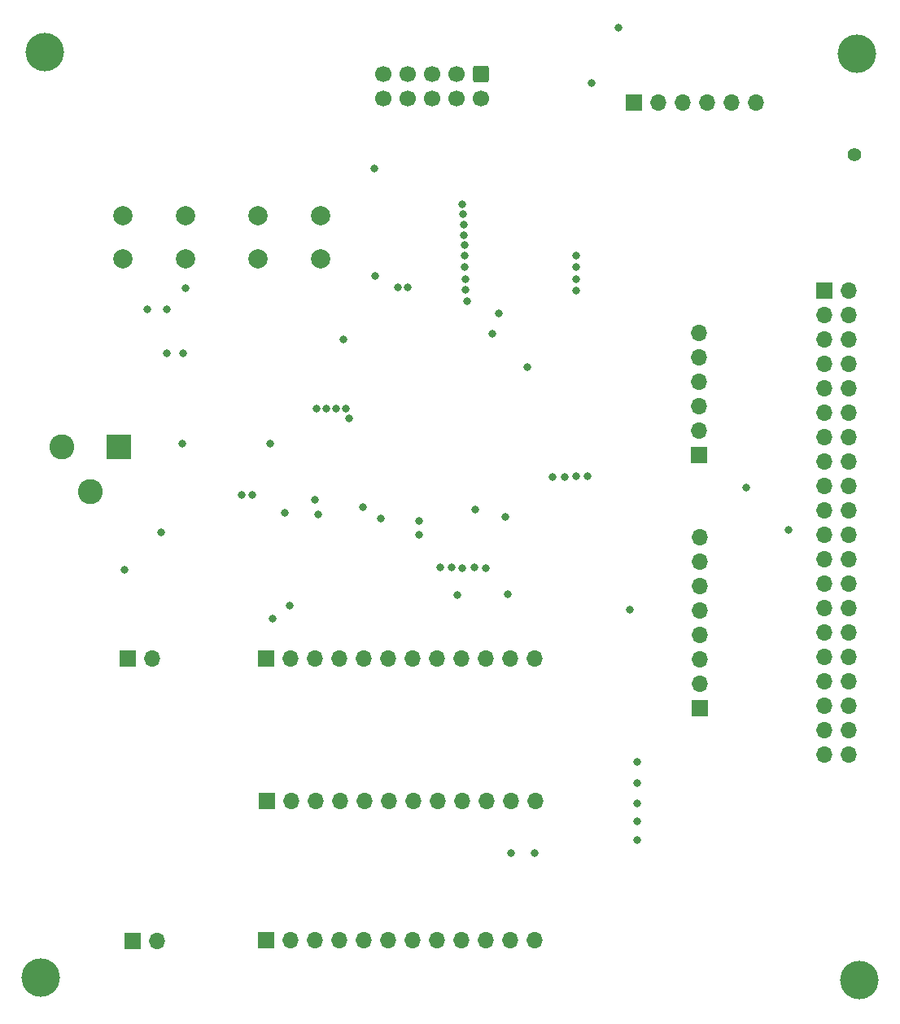
<source format=gbr>
%TF.GenerationSoftware,KiCad,Pcbnew,7.0.10*%
%TF.CreationDate,2024-03-07T18:06:14-07:00*%
%TF.ProjectId,Senior Design,53656e69-6f72-4204-9465-7369676e2e6b,rev?*%
%TF.SameCoordinates,Original*%
%TF.FileFunction,Soldermask,Bot*%
%TF.FilePolarity,Negative*%
%FSLAX46Y46*%
G04 Gerber Fmt 4.6, Leading zero omitted, Abs format (unit mm)*
G04 Created by KiCad (PCBNEW 7.0.10) date 2024-03-07 18:06:14*
%MOMM*%
%LPD*%
G01*
G04 APERTURE LIST*
G04 Aperture macros list*
%AMRoundRect*
0 Rectangle with rounded corners*
0 $1 Rounding radius*
0 $2 $3 $4 $5 $6 $7 $8 $9 X,Y pos of 4 corners*
0 Add a 4 corners polygon primitive as box body*
4,1,4,$2,$3,$4,$5,$6,$7,$8,$9,$2,$3,0*
0 Add four circle primitives for the rounded corners*
1,1,$1+$1,$2,$3*
1,1,$1+$1,$4,$5*
1,1,$1+$1,$6,$7*
1,1,$1+$1,$8,$9*
0 Add four rect primitives between the rounded corners*
20,1,$1+$1,$2,$3,$4,$5,0*
20,1,$1+$1,$4,$5,$6,$7,0*
20,1,$1+$1,$6,$7,$8,$9,0*
20,1,$1+$1,$8,$9,$2,$3,0*%
G04 Aperture macros list end*
%ADD10R,1.700000X1.700000*%
%ADD11O,1.700000X1.700000*%
%ADD12R,2.600000X2.600000*%
%ADD13C,2.600000*%
%ADD14C,4.000000*%
%ADD15C,2.000000*%
%ADD16RoundRect,0.250000X-0.600000X0.600000X-0.600000X-0.600000X0.600000X-0.600000X0.600000X0.600000X0*%
%ADD17C,1.700000*%
%ADD18C,0.800000*%
%ADD19C,1.400000*%
G04 APERTURE END LIST*
D10*
%TO.C,SENSOR1*%
X151580000Y-107010000D03*
D11*
X154120000Y-107010000D03*
X156660000Y-107010000D03*
X159200000Y-107010000D03*
X161740000Y-107010000D03*
X164280000Y-107010000D03*
X166820000Y-107010000D03*
X169360000Y-107010000D03*
X171900000Y-107010000D03*
X174440000Y-107010000D03*
X176980000Y-107010000D03*
X179520000Y-107010000D03*
%TD*%
D10*
%TO.C,GOAL_BOT1*%
X137630000Y-136340000D03*
D11*
X140170000Y-136340000D03*
%TD*%
D12*
%TO.C,BARREL_JACK1*%
X136270000Y-84940000D03*
D13*
X130270000Y-84940000D03*
X133270000Y-89640000D03*
%TD*%
D10*
%TO.C,USER_INTERFACE1*%
X196690000Y-112160000D03*
D11*
X196690000Y-109620000D03*
X196690000Y-107080000D03*
X196690000Y-104540000D03*
X196690000Y-102000000D03*
X196690000Y-99460000D03*
X196690000Y-96920000D03*
X196690000Y-94380000D03*
%TD*%
D10*
%TO.C,PWM_PORT1*%
X196580000Y-85810000D03*
D11*
X196580000Y-83270000D03*
X196580000Y-80730000D03*
X196580000Y-78190000D03*
X196580000Y-75650000D03*
X196580000Y-73110000D03*
%TD*%
D14*
%TO.C,H4*%
X213260000Y-140460000D03*
%TD*%
D10*
%TO.C,Jetson_Nano1*%
X209660000Y-68740000D03*
D11*
X212200000Y-68740000D03*
X209660000Y-71280000D03*
X212200000Y-71280000D03*
X209660000Y-73820000D03*
X212200000Y-73820000D03*
X209660000Y-76360000D03*
X212200000Y-76360000D03*
X209660000Y-78900000D03*
X212200000Y-78900000D03*
X209660000Y-81440000D03*
X212200000Y-81440000D03*
X209660000Y-83980000D03*
X212200000Y-83980000D03*
X209660000Y-86520000D03*
X212200000Y-86520000D03*
X209660000Y-89060000D03*
X212200000Y-89060000D03*
X209660000Y-91600000D03*
X212200000Y-91600000D03*
X209660000Y-94140000D03*
X212200000Y-94140000D03*
X209660000Y-96680000D03*
X212200000Y-96680000D03*
X209660000Y-99220000D03*
X212200000Y-99220000D03*
X209660000Y-101760000D03*
X212200000Y-101760000D03*
X209660000Y-104300000D03*
X212200000Y-104300000D03*
X209660000Y-106840000D03*
X212200000Y-106840000D03*
X209660000Y-109380000D03*
X212200000Y-109380000D03*
X209660000Y-111920000D03*
X212200000Y-111920000D03*
X209660000Y-114460000D03*
X212200000Y-114460000D03*
X209660000Y-117000000D03*
X212200000Y-117000000D03*
%TD*%
D10*
%TO.C,GOAL_USER1*%
X137180000Y-106950000D03*
D11*
X139720000Y-106950000D03*
%TD*%
D14*
%TO.C,H3*%
X128100000Y-140200000D03*
%TD*%
%TO.C,H1*%
X128500000Y-43900000D03*
%TD*%
D15*
%TO.C,BOOT1*%
X150700000Y-60900000D03*
X157200000Y-60900000D03*
X150700000Y-65400000D03*
X157200000Y-65400000D03*
%TD*%
D10*
%TO.C,SENSOR2*%
X151620000Y-121760000D03*
D11*
X154160000Y-121760000D03*
X156700000Y-121760000D03*
X159240000Y-121760000D03*
X161780000Y-121760000D03*
X164320000Y-121760000D03*
X166860000Y-121760000D03*
X169400000Y-121760000D03*
X171940000Y-121760000D03*
X174480000Y-121760000D03*
X177020000Y-121760000D03*
X179560000Y-121760000D03*
%TD*%
D16*
%TO.C,10pin_IDC_SWD1*%
X173950000Y-46220000D03*
D17*
X171410000Y-46220000D03*
X168870000Y-46220000D03*
X166330000Y-46220000D03*
X163790000Y-46220000D03*
X173950000Y-48760000D03*
X171410000Y-48760000D03*
X168870000Y-48760000D03*
X166330000Y-48760000D03*
X163790000Y-48760000D03*
%TD*%
D10*
%TO.C,Serial_Adapter1*%
X189830000Y-49150000D03*
D11*
X192370000Y-49150000D03*
X194910000Y-49150000D03*
X197450000Y-49150000D03*
X199990000Y-49150000D03*
X202530000Y-49150000D03*
%TD*%
D14*
%TO.C,H2*%
X213060000Y-44090000D03*
%TD*%
D15*
%TO.C,RESET1*%
X136650000Y-60950000D03*
X143150000Y-60950000D03*
X136650000Y-65450000D03*
X143150000Y-65450000D03*
%TD*%
D10*
%TO.C,SENSOR3*%
X151540000Y-136290000D03*
D11*
X154080000Y-136290000D03*
X156620000Y-136290000D03*
X159160000Y-136290000D03*
X161700000Y-136290000D03*
X164240000Y-136290000D03*
X166780000Y-136290000D03*
X169320000Y-136290000D03*
X171860000Y-136290000D03*
X174400000Y-136290000D03*
X176940000Y-136290000D03*
X179480000Y-136290000D03*
%TD*%
D18*
X156800000Y-81000000D03*
X173312505Y-91459817D03*
X176720000Y-100320000D03*
X179500000Y-127200000D03*
D19*
X212770000Y-54600000D03*
D18*
X140640000Y-93900000D03*
X185390000Y-47090000D03*
X175760000Y-71125000D03*
X171450000Y-100340000D03*
X154000000Y-101500000D03*
X143150000Y-68500000D03*
X156660000Y-90480000D03*
X142800000Y-84600000D03*
X151980000Y-84620000D03*
X162900000Y-67150000D03*
X188250000Y-41380000D03*
X153500000Y-91800000D03*
X161600000Y-91271054D03*
X162800000Y-56000000D03*
X172270000Y-67490000D03*
X183800000Y-67490000D03*
X183800000Y-68680000D03*
X172330000Y-68660000D03*
X149027806Y-89952930D03*
X141200000Y-75200000D03*
X157812653Y-81012653D03*
X158833277Y-81017335D03*
X159832812Y-80986761D03*
X160166852Y-81966852D03*
X167475000Y-92700871D03*
X167500000Y-94100000D03*
X169690000Y-97490000D03*
X183800000Y-66290000D03*
X172230000Y-66280000D03*
X172210000Y-65110000D03*
X183800000Y-65110000D03*
X170860000Y-97510000D03*
X172000000Y-97560000D03*
X189430000Y-101940000D03*
X201470000Y-89200000D03*
X205905000Y-93630000D03*
X181360000Y-88090000D03*
X182590000Y-88120000D03*
X183820000Y-88050000D03*
X185020000Y-88020000D03*
X173190000Y-97530000D03*
X178775786Y-76649520D03*
X172475000Y-69832500D03*
X174440000Y-97590000D03*
X172190000Y-63990000D03*
X172150000Y-62930000D03*
X172110000Y-61840000D03*
X190180000Y-125880000D03*
X172050000Y-60770000D03*
X190170000Y-123950000D03*
X190170000Y-122030000D03*
X171980000Y-59750000D03*
X150100000Y-90000000D03*
X142950000Y-75225000D03*
X190170000Y-119920000D03*
X166300000Y-68400000D03*
X165299997Y-68400000D03*
X190200000Y-117700000D03*
X177000000Y-127200000D03*
X141200000Y-70700000D03*
X163500000Y-92400000D03*
X139200000Y-70700000D03*
X159600000Y-73800000D03*
X176480000Y-92250000D03*
X136800000Y-97750000D03*
X175100000Y-73200000D03*
X156975000Y-91996054D03*
X152200000Y-102800000D03*
M02*

</source>
